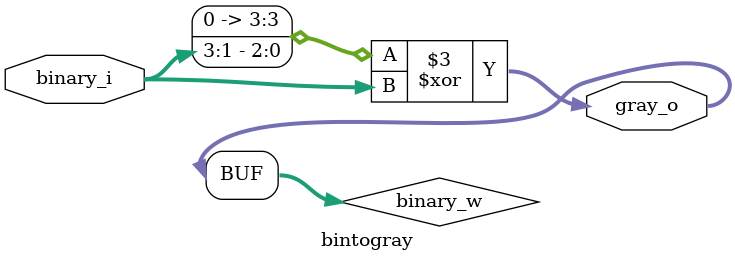
<source format=sv>
module bintogray
  #(parameter width_p = 4)
  (input [width_p - 1:0] binary_i
  ,output [width_p -1:0] gray_o);

  // Write your module and concurrent assertions here

  // Use `ifdef FORMAL to hide your concurrent assertion from iverilog
`ifdef FORMAL
 assert property (gray_o = (binary_i >> 1) ^ binary_i);
`endif

logic [width_p - 1:0] binary_w;

always_comb begin
	binary_w = (binary_i >> 1);
	binary_w = binary_w ^ binary_i;
end

assign gray_o = binary_w;
endmodule

</source>
